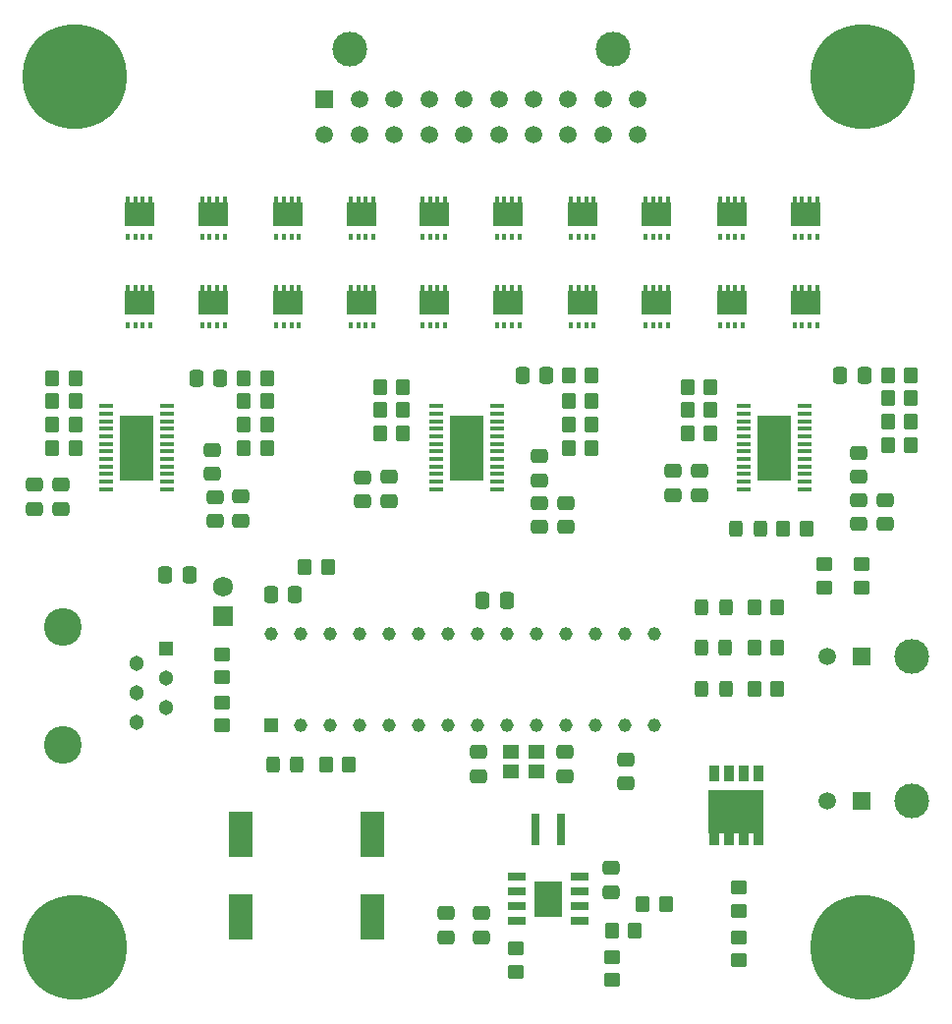
<source format=gbr>
%TF.GenerationSoftware,KiCad,Pcbnew,7.0.8*%
%TF.CreationDate,2023-10-31T17:39:43-05:00*%
%TF.ProjectId,Resistor Bank Control Board,52657369-7374-46f7-9220-42616e6b2043,rev?*%
%TF.SameCoordinates,Original*%
%TF.FileFunction,Soldermask,Top*%
%TF.FilePolarity,Negative*%
%FSLAX46Y46*%
G04 Gerber Fmt 4.6, Leading zero omitted, Abs format (unit mm)*
G04 Created by KiCad (PCBNEW 7.0.8) date 2023-10-31 17:39:43*
%MOMM*%
%LPD*%
G01*
G04 APERTURE LIST*
G04 Aperture macros list*
%AMRoundRect*
0 Rectangle with rounded corners*
0 $1 Rounding radius*
0 $2 $3 $4 $5 $6 $7 $8 $9 X,Y pos of 4 corners*
0 Add a 4 corners polygon primitive as box body*
4,1,4,$2,$3,$4,$5,$6,$7,$8,$9,$2,$3,0*
0 Add four circle primitives for the rounded corners*
1,1,$1+$1,$2,$3*
1,1,$1+$1,$4,$5*
1,1,$1+$1,$6,$7*
1,1,$1+$1,$8,$9*
0 Add four rect primitives between the rounded corners*
20,1,$1+$1,$2,$3,$4,$5,0*
20,1,$1+$1,$4,$5,$6,$7,0*
20,1,$1+$1,$6,$7,$8,$9,0*
20,1,$1+$1,$8,$9,$2,$3,0*%
G04 Aperture macros list end*
%ADD10R,1.725000X1.725000*%
%ADD11C,1.725000*%
%ADD12R,0.400000X0.600000*%
%ADD13R,0.400000X0.550000*%
%ADD14R,2.650000X2.030000*%
%ADD15RoundRect,0.250000X-0.337500X-0.475000X0.337500X-0.475000X0.337500X0.475000X-0.337500X0.475000X0*%
%ADD16RoundRect,0.250000X-0.475000X0.337500X-0.475000X-0.337500X0.475000X-0.337500X0.475000X0.337500X0*%
%ADD17RoundRect,0.250000X-0.350000X-0.450000X0.350000X-0.450000X0.350000X0.450000X-0.350000X0.450000X0*%
%ADD18R,2.000000X4.000000*%
%ADD19RoundRect,0.250000X-0.450000X0.350000X-0.450000X-0.350000X0.450000X-0.350000X0.450000X0.350000X0*%
%ADD20RoundRect,0.250000X0.337500X0.475000X-0.337500X0.475000X-0.337500X-0.475000X0.337500X-0.475000X0*%
%ADD21RoundRect,0.250000X-0.325000X-0.450000X0.325000X-0.450000X0.325000X0.450000X-0.325000X0.450000X0*%
%ADD22C,9.000000*%
%ADD23R,0.800000X2.700000*%
%ADD24R,1.159000X1.159000*%
%ADD25C,1.159000*%
%ADD26RoundRect,0.250000X0.475000X-0.337500X0.475000X0.337500X-0.475000X0.337500X-0.475000X-0.337500X0*%
%ADD27C,3.000000*%
%ADD28R,1.520000X1.520000*%
%ADD29C,1.520000*%
%ADD30R,1.400000X1.200000*%
%ADD31RoundRect,0.250000X0.350000X0.450000X-0.350000X0.450000X-0.350000X-0.450000X0.350000X-0.450000X0*%
%ADD32R,1.150000X0.400000*%
%ADD33R,2.840000X5.630000*%
%ADD34R,1.525000X0.650000*%
%ADD35R,2.400000X3.100000*%
%ADD36R,0.850000X1.450000*%
%ADD37R,0.850000X1.050000*%
%ADD38R,4.700000X3.750000*%
%ADD39C,3.250000*%
%ADD40R,1.303000X1.303000*%
%ADD41C,1.303000*%
%ADD42RoundRect,0.250000X0.450000X-0.350000X0.450000X0.350000X-0.450000X0.350000X-0.450000X-0.350000X0*%
G04 APERTURE END LIST*
D10*
%TO.C,JP1*%
X101930000Y-108760000D03*
D11*
X101930000Y-106220000D03*
%TD*%
D12*
%TO.C,Q17*%
X112965000Y-83690000D03*
X113615000Y-83690000D03*
X114265000Y-83690000D03*
X114915000Y-83690000D03*
D13*
X114915000Y-80465000D03*
X114265000Y-80465000D03*
X113615000Y-80465000D03*
X112965000Y-80465000D03*
D14*
X113940000Y-81755000D03*
%TD*%
D15*
%TO.C,C11*%
X97000000Y-105250000D03*
X99075000Y-105250000D03*
%TD*%
%TO.C,C8*%
X106085000Y-106938000D03*
X108160000Y-106938000D03*
%TD*%
D16*
%TO.C,C19*%
X116250000Y-96750000D03*
X116250000Y-98825000D03*
%TD*%
%TO.C,C3*%
X124230000Y-134342500D03*
X124230000Y-136417500D03*
%TD*%
D12*
%TO.C,Q4*%
X112965000Y-76050000D03*
X113615000Y-76050000D03*
X114265000Y-76050000D03*
X114915000Y-76050000D03*
D13*
X114915000Y-72825000D03*
X114265000Y-72825000D03*
X113615000Y-72825000D03*
X112965000Y-72825000D03*
D14*
X113940000Y-74115000D03*
%TD*%
D17*
%TO.C,R29*%
X131750000Y-94250000D03*
X133750000Y-94250000D03*
%TD*%
D18*
%TO.C,C6*%
X114830000Y-127540000D03*
X114830000Y-134640000D03*
%TD*%
D16*
%TO.C,C12*%
X123960000Y-120450000D03*
X123960000Y-122525000D03*
%TD*%
D12*
%TO.C,Q7*%
X131965000Y-76050000D03*
X132615000Y-76050000D03*
X133265000Y-76050000D03*
X133915000Y-76050000D03*
D13*
X133915000Y-72825000D03*
X133265000Y-72825000D03*
X132615000Y-72825000D03*
X131965000Y-72825000D03*
D14*
X132940000Y-74115000D03*
%TD*%
D17*
%TO.C,R33*%
X150250000Y-101250000D03*
X152250000Y-101250000D03*
%TD*%
D12*
%TO.C,Q2*%
X100165000Y-76050000D03*
X100815000Y-76050000D03*
X101465000Y-76050000D03*
X102115000Y-76050000D03*
D13*
X102115000Y-72825000D03*
X101465000Y-72825000D03*
X100815000Y-72825000D03*
X100165000Y-72825000D03*
D14*
X101140000Y-74115000D03*
%TD*%
D16*
%TO.C,C14*%
X101250000Y-98500000D03*
X101250000Y-100575000D03*
%TD*%
D18*
%TO.C,C7*%
X103480000Y-127540000D03*
X103480000Y-134640000D03*
%TD*%
D19*
%TO.C,R1*%
X127230000Y-137380000D03*
X127230000Y-139380000D03*
%TD*%
D20*
%TO.C,C23*%
X129825000Y-88000000D03*
X127750000Y-88000000D03*
%TD*%
D16*
%TO.C,C27*%
X156750000Y-94675000D03*
X156750000Y-96750000D03*
%TD*%
D17*
%TO.C,R19*%
X103750000Y-90250000D03*
X105750000Y-90250000D03*
%TD*%
D15*
%TO.C,C9*%
X124335000Y-107438000D03*
X126410000Y-107438000D03*
%TD*%
D12*
%TO.C,Q15*%
X106565000Y-83690000D03*
X107215000Y-83690000D03*
X107865000Y-83690000D03*
X108515000Y-83690000D03*
D13*
X108515000Y-80465000D03*
X107865000Y-80465000D03*
X107215000Y-80465000D03*
X106565000Y-80465000D03*
D14*
X107540000Y-81755000D03*
%TD*%
D16*
%TO.C,C22*%
X131500000Y-99000000D03*
X131500000Y-101075000D03*
%TD*%
%TO.C,C13*%
X131460000Y-120450000D03*
X131460000Y-122525000D03*
%TD*%
D19*
%TO.C,R3*%
X146400000Y-136420000D03*
X146400000Y-138420000D03*
%TD*%
D12*
%TO.C,Q18*%
X144810000Y-83690000D03*
X145460000Y-83690000D03*
X146110000Y-83690000D03*
X146760000Y-83690000D03*
D13*
X146760000Y-80465000D03*
X146110000Y-80465000D03*
X145460000Y-80465000D03*
X144810000Y-80465000D03*
D14*
X145785000Y-81755000D03*
%TD*%
D16*
%TO.C,C1*%
X88000000Y-97425000D03*
X88000000Y-99500000D03*
%TD*%
%TO.C,C21*%
X129250000Y-95000000D03*
X129250000Y-97075000D03*
%TD*%
D21*
%TO.C,D1*%
X106290000Y-121590000D03*
X108340000Y-121590000D03*
%TD*%
D16*
%TO.C,C18*%
X114000000Y-96787500D03*
X114000000Y-98862500D03*
%TD*%
D12*
%TO.C,Q20*%
X151210000Y-83690000D03*
X151860000Y-83690000D03*
X152510000Y-83690000D03*
X153160000Y-83690000D03*
D13*
X153160000Y-80465000D03*
X152510000Y-80465000D03*
X151860000Y-80465000D03*
X151210000Y-80465000D03*
D14*
X152185000Y-81755000D03*
%TD*%
D17*
%TO.C,R30*%
X131750000Y-88000000D03*
X133750000Y-88000000D03*
%TD*%
%TO.C,R35*%
X159250000Y-90000000D03*
X161250000Y-90000000D03*
%TD*%
D12*
%TO.C,Q5*%
X119165000Y-76050000D03*
X119815000Y-76050000D03*
X120465000Y-76050000D03*
X121115000Y-76050000D03*
D13*
X121115000Y-72825000D03*
X120465000Y-72825000D03*
X119815000Y-72825000D03*
X119165000Y-72825000D03*
D14*
X120140000Y-74115000D03*
%TD*%
D17*
%TO.C,R38*%
X159250000Y-88000000D03*
X161250000Y-88000000D03*
%TD*%
D16*
%TO.C,C15*%
X101000000Y-94425000D03*
X101000000Y-96500000D03*
%TD*%
D19*
%TO.C,R2*%
X146400000Y-132170000D03*
X146400000Y-134170000D03*
%TD*%
D22*
%TO.C,H1*%
X89200000Y-62300000D03*
%TD*%
D17*
%TO.C,R23*%
X115500000Y-89000000D03*
X117500000Y-89000000D03*
%TD*%
D22*
%TO.C,H3*%
X157100000Y-137300000D03*
%TD*%
D17*
%TO.C,R11*%
X147750000Y-111500000D03*
X149750000Y-111500000D03*
%TD*%
%TO.C,R20*%
X103750000Y-92250000D03*
X105750000Y-92250000D03*
%TD*%
D23*
%TO.C,L1*%
X131080000Y-127130000D03*
X128880000Y-127130000D03*
%TD*%
D24*
%TO.C,IC25*%
X106090000Y-118188000D03*
D25*
X108630000Y-118188000D03*
X111170000Y-118188000D03*
X113710000Y-118188000D03*
X116250000Y-118188000D03*
X118790000Y-118188000D03*
X121330000Y-118188000D03*
X123870000Y-118188000D03*
X126410000Y-118188000D03*
X128950000Y-118188000D03*
X131490000Y-118188000D03*
X134030000Y-118188000D03*
X136570000Y-118188000D03*
X139110000Y-118188000D03*
X139110000Y-110250000D03*
X136570000Y-110250000D03*
X134030000Y-110250000D03*
X131490000Y-110250000D03*
X128950000Y-110250000D03*
X126410000Y-110250000D03*
X123870000Y-110250000D03*
X121330000Y-110250000D03*
X118790000Y-110250000D03*
X116250000Y-110250000D03*
X113710000Y-110250000D03*
X111170000Y-110250000D03*
X108630000Y-110250000D03*
X106090000Y-110250000D03*
%TD*%
D19*
%TO.C,R14*%
X153790000Y-104270000D03*
X153790000Y-106270000D03*
%TD*%
D26*
%TO.C,C10*%
X136660000Y-123188000D03*
X136660000Y-121113000D03*
%TD*%
D17*
%TO.C,R4*%
X138150000Y-133590000D03*
X140150000Y-133590000D03*
%TD*%
D16*
%TO.C,C28*%
X159000000Y-98750000D03*
X159000000Y-100825000D03*
%TD*%
D17*
%TO.C,R12*%
X147750000Y-108000000D03*
X149750000Y-108000000D03*
%TD*%
D12*
%TO.C,Q1*%
X93765000Y-76050000D03*
X94415000Y-76050000D03*
X95065000Y-76050000D03*
X95715000Y-76050000D03*
D13*
X95715000Y-72825000D03*
X95065000Y-72825000D03*
X94415000Y-72825000D03*
X93765000Y-72825000D03*
D14*
X94740000Y-74115000D03*
%TD*%
D12*
%TO.C,Q16*%
X138365000Y-83690000D03*
X139015000Y-83690000D03*
X139665000Y-83690000D03*
X140315000Y-83690000D03*
D13*
X140315000Y-80465000D03*
X139665000Y-80465000D03*
X139015000Y-80465000D03*
X138365000Y-80465000D03*
D14*
X139340000Y-81755000D03*
%TD*%
D27*
%TO.C,J2*%
X161314600Y-112221750D03*
D28*
X156994600Y-112221750D03*
D29*
X153994600Y-112221750D03*
%TD*%
D17*
%TO.C,R32*%
X142000000Y-91000000D03*
X144000000Y-91000000D03*
%TD*%
%TO.C,R37*%
X159250000Y-94000000D03*
X161250000Y-94000000D03*
%TD*%
%TO.C,R21*%
X103750000Y-94250000D03*
X105750000Y-94250000D03*
%TD*%
D30*
%TO.C,Y1*%
X128950000Y-120471250D03*
X126750000Y-120471250D03*
X126750000Y-122171250D03*
X128950000Y-122171250D03*
%TD*%
D20*
%TO.C,C17*%
X101750000Y-88250000D03*
X99675000Y-88250000D03*
%TD*%
D12*
%TO.C,Q9*%
X144810000Y-76050000D03*
X145460000Y-76050000D03*
X146110000Y-76050000D03*
X146760000Y-76050000D03*
D13*
X146760000Y-72825000D03*
X146110000Y-72825000D03*
X145460000Y-72825000D03*
X144810000Y-72825000D03*
D14*
X145785000Y-74115000D03*
%TD*%
D17*
%TO.C,R16*%
X87250000Y-90250000D03*
X89250000Y-90250000D03*
%TD*%
D20*
%TO.C,C29*%
X157250000Y-88000000D03*
X155175000Y-88000000D03*
%TD*%
D12*
%TO.C,Q13*%
X100165000Y-83690000D03*
X100815000Y-83690000D03*
X101465000Y-83690000D03*
X102115000Y-83690000D03*
D13*
X102115000Y-80465000D03*
X101465000Y-80465000D03*
X100815000Y-80465000D03*
X100165000Y-80465000D03*
D14*
X101140000Y-81755000D03*
%TD*%
D17*
%TO.C,R26*%
X142000000Y-93000000D03*
X144000000Y-93000000D03*
%TD*%
D19*
%TO.C,R13*%
X157040000Y-104270000D03*
X157040000Y-106270000D03*
%TD*%
D31*
%TO.C,R5*%
X137480000Y-135880000D03*
X135480000Y-135880000D03*
%TD*%
D12*
%TO.C,Q19*%
X119165000Y-83690000D03*
X119815000Y-83690000D03*
X120465000Y-83690000D03*
X121115000Y-83690000D03*
D13*
X121115000Y-80465000D03*
X120465000Y-80465000D03*
X119815000Y-80465000D03*
X119165000Y-80465000D03*
D14*
X120140000Y-81755000D03*
%TD*%
D17*
%TO.C,R28*%
X131750000Y-92250000D03*
X133750000Y-92250000D03*
%TD*%
D31*
%TO.C,R34*%
X111000000Y-104500000D03*
X109000000Y-104500000D03*
%TD*%
D16*
%TO.C,C20*%
X129250000Y-99000000D03*
X129250000Y-101075000D03*
%TD*%
D12*
%TO.C,Q14*%
X131965000Y-83690000D03*
X132615000Y-83690000D03*
X133265000Y-83690000D03*
X133915000Y-83690000D03*
D13*
X133915000Y-80465000D03*
X133265000Y-80465000D03*
X132615000Y-80465000D03*
X131965000Y-80465000D03*
D14*
X132940000Y-81755000D03*
%TD*%
D27*
%TO.C,J4*%
X161314600Y-124693500D03*
D28*
X156994600Y-124693500D03*
D29*
X153994600Y-124693500D03*
%TD*%
D17*
%TO.C,R24*%
X115500000Y-91000000D03*
X117500000Y-91000000D03*
%TD*%
%TO.C,R31*%
X142000000Y-89000000D03*
X144000000Y-89000000D03*
%TD*%
D32*
%TO.C,U2*%
X120375000Y-90675000D03*
X120375000Y-91325000D03*
X120375000Y-91975000D03*
X120375000Y-92625000D03*
X120375000Y-93275000D03*
X120375000Y-93925000D03*
X120375000Y-94575000D03*
X120375000Y-95225000D03*
X120375000Y-95875000D03*
X120375000Y-96525000D03*
X120375000Y-97175000D03*
X120375000Y-97825000D03*
X125625000Y-97825000D03*
X125625000Y-97175000D03*
X125625000Y-96525000D03*
X125625000Y-95875000D03*
X125625000Y-95225000D03*
X125625000Y-94575000D03*
X125625000Y-93925000D03*
X125625000Y-93275000D03*
X125625000Y-92625000D03*
X125625000Y-91975000D03*
X125625000Y-91325000D03*
X125625000Y-90675000D03*
D33*
X123000000Y-94250000D03*
%TD*%
D16*
%TO.C,C16*%
X103500000Y-98462500D03*
X103500000Y-100537500D03*
%TD*%
D34*
%TO.C,IC23*%
X127268000Y-131225000D03*
X127268000Y-132495000D03*
X127268000Y-133765000D03*
X127268000Y-135035000D03*
X132692000Y-135035000D03*
X132692000Y-133765000D03*
X132692000Y-132495000D03*
X132692000Y-131225000D03*
D35*
X129980000Y-133130000D03*
%TD*%
D17*
%TO.C,R18*%
X87250000Y-94250000D03*
X89250000Y-94250000D03*
%TD*%
%TO.C,R27*%
X131750000Y-90250000D03*
X133750000Y-90250000D03*
%TD*%
D19*
%TO.C,R6*%
X135480000Y-138130000D03*
X135480000Y-140130000D03*
%TD*%
D17*
%TO.C,R25*%
X115500000Y-93000000D03*
X117500000Y-93000000D03*
%TD*%
D16*
%TO.C,C2*%
X85750000Y-97425000D03*
X85750000Y-99500000D03*
%TD*%
D12*
%TO.C,Q11*%
X93765000Y-83690000D03*
X94415000Y-83690000D03*
X95065000Y-83690000D03*
X95715000Y-83690000D03*
D13*
X95715000Y-80465000D03*
X95065000Y-80465000D03*
X94415000Y-80465000D03*
X93765000Y-80465000D03*
D14*
X94740000Y-81755000D03*
%TD*%
D12*
%TO.C,Q12*%
X125565000Y-83690000D03*
X126215000Y-83690000D03*
X126865000Y-83690000D03*
X127515000Y-83690000D03*
D13*
X127515000Y-80465000D03*
X126865000Y-80465000D03*
X126215000Y-80465000D03*
X125565000Y-80465000D03*
D14*
X126540000Y-81755000D03*
%TD*%
D27*
%TO.C,J1*%
X135561750Y-59935400D03*
X112881750Y-59935400D03*
D28*
X110721750Y-64255400D03*
D29*
X113721750Y-64255400D03*
X116721750Y-64255400D03*
X119721750Y-64255400D03*
X122721750Y-64255400D03*
X125721750Y-64255400D03*
X128721750Y-64255400D03*
X131721750Y-64255400D03*
X134721750Y-64255400D03*
X137721750Y-64255400D03*
X110721750Y-67255400D03*
X113721750Y-67255400D03*
X116721750Y-67255400D03*
X119721750Y-67255400D03*
X122721750Y-67255400D03*
X125721750Y-67255400D03*
X128721750Y-67255400D03*
X131721750Y-67255400D03*
X134721750Y-67255400D03*
X137721750Y-67255400D03*
%TD*%
D22*
%TO.C,H4*%
X89200000Y-137300000D03*
%TD*%
D16*
%TO.C,C25*%
X140740000Y-96250000D03*
X140740000Y-98325000D03*
%TD*%
%TO.C,C5*%
X135390000Y-130462500D03*
X135390000Y-132537500D03*
%TD*%
D12*
%TO.C,Q8*%
X138365000Y-76050000D03*
X139015000Y-76050000D03*
X139665000Y-76050000D03*
X140315000Y-76050000D03*
D13*
X140315000Y-72825000D03*
X139665000Y-72825000D03*
X139015000Y-72825000D03*
X138365000Y-72825000D03*
D14*
X139340000Y-74115000D03*
%TD*%
D36*
%TO.C,Q21*%
X148104600Y-122271750D03*
X146834600Y-122271750D03*
X145564600Y-122271750D03*
X144294600Y-122271750D03*
D37*
X144294600Y-127971750D03*
X145564600Y-127971750D03*
X146834600Y-127971750D03*
X148104600Y-127971750D03*
D38*
X146199600Y-125571750D03*
%TD*%
D16*
%TO.C,C4*%
X121220000Y-134342500D03*
X121220000Y-136417500D03*
%TD*%
D32*
%TO.C,U3*%
X146875000Y-90675000D03*
X146875000Y-91325000D03*
X146875000Y-91975000D03*
X146875000Y-92625000D03*
X146875000Y-93275000D03*
X146875000Y-93925000D03*
X146875000Y-94575000D03*
X146875000Y-95225000D03*
X146875000Y-95875000D03*
X146875000Y-96525000D03*
X146875000Y-97175000D03*
X146875000Y-97825000D03*
X152125000Y-97825000D03*
X152125000Y-97175000D03*
X152125000Y-96525000D03*
X152125000Y-95875000D03*
X152125000Y-95225000D03*
X152125000Y-94575000D03*
X152125000Y-93925000D03*
X152125000Y-93275000D03*
X152125000Y-92625000D03*
X152125000Y-91975000D03*
X152125000Y-91325000D03*
X152125000Y-90675000D03*
D33*
X149500000Y-94250000D03*
%TD*%
D16*
%TO.C,C26*%
X156750000Y-98750000D03*
X156750000Y-100825000D03*
%TD*%
D21*
%TO.C,D5*%
X146200000Y-101250000D03*
X148250000Y-101250000D03*
%TD*%
D39*
%TO.C,J3*%
X88130000Y-109670000D03*
X88130000Y-119830000D03*
D40*
X97020000Y-111570000D03*
D41*
X94480000Y-112840000D03*
X97020000Y-114110000D03*
X94480000Y-115380000D03*
X97020000Y-116650000D03*
X94480000Y-117920000D03*
%TD*%
D17*
%TO.C,R15*%
X87250000Y-88250000D03*
X89250000Y-88250000D03*
%TD*%
%TO.C,R36*%
X159250000Y-92000000D03*
X161250000Y-92000000D03*
%TD*%
D21*
%TO.C,D4*%
X143225000Y-108000000D03*
X145275000Y-108000000D03*
%TD*%
D17*
%TO.C,R9*%
X110840000Y-121590000D03*
X112840000Y-121590000D03*
%TD*%
D32*
%TO.C,U1*%
X91875000Y-90675000D03*
X91875000Y-91325000D03*
X91875000Y-91975000D03*
X91875000Y-92625000D03*
X91875000Y-93275000D03*
X91875000Y-93925000D03*
X91875000Y-94575000D03*
X91875000Y-95225000D03*
X91875000Y-95875000D03*
X91875000Y-96525000D03*
X91875000Y-97175000D03*
X91875000Y-97825000D03*
X97125000Y-97825000D03*
X97125000Y-97175000D03*
X97125000Y-96525000D03*
X97125000Y-95875000D03*
X97125000Y-95225000D03*
X97125000Y-94575000D03*
X97125000Y-93925000D03*
X97125000Y-93275000D03*
X97125000Y-92625000D03*
X97125000Y-91975000D03*
X97125000Y-91325000D03*
X97125000Y-90675000D03*
D33*
X94500000Y-94250000D03*
%TD*%
D12*
%TO.C,Q3*%
X106565000Y-76050000D03*
X107215000Y-76050000D03*
X107865000Y-76050000D03*
X108515000Y-76050000D03*
D13*
X108515000Y-72825000D03*
X107865000Y-72825000D03*
X107215000Y-72825000D03*
X106565000Y-72825000D03*
D14*
X107540000Y-74115000D03*
%TD*%
D21*
%TO.C,D2*%
X143225000Y-115000000D03*
X145275000Y-115000000D03*
%TD*%
D17*
%TO.C,R10*%
X147750000Y-115000000D03*
X149750000Y-115000000D03*
%TD*%
D21*
%TO.C,D3*%
X143200000Y-111500000D03*
X145250000Y-111500000D03*
%TD*%
D42*
%TO.C,R8*%
X101910000Y-118188000D03*
X101910000Y-116188000D03*
%TD*%
D12*
%TO.C,Q6*%
X125565000Y-76050000D03*
X126215000Y-76050000D03*
X126865000Y-76050000D03*
X127515000Y-76050000D03*
D13*
X127515000Y-72825000D03*
X126865000Y-72825000D03*
X126215000Y-72825000D03*
X125565000Y-72825000D03*
D14*
X126540000Y-74115000D03*
%TD*%
D22*
%TO.C,H2*%
X157100000Y-62300000D03*
%TD*%
D19*
%TO.C,R7*%
X101910000Y-112040000D03*
X101910000Y-114040000D03*
%TD*%
D17*
%TO.C,R22*%
X103750000Y-88250000D03*
X105750000Y-88250000D03*
%TD*%
D12*
%TO.C,Q10*%
X151210000Y-76050000D03*
X151860000Y-76050000D03*
X152510000Y-76050000D03*
X153160000Y-76050000D03*
D13*
X153160000Y-72825000D03*
X152510000Y-72825000D03*
X151860000Y-72825000D03*
X151210000Y-72825000D03*
D14*
X152185000Y-74115000D03*
%TD*%
D17*
%TO.C,R17*%
X87250000Y-92250000D03*
X89250000Y-92250000D03*
%TD*%
D16*
%TO.C,C24*%
X143000000Y-96250000D03*
X143000000Y-98325000D03*
%TD*%
M02*

</source>
